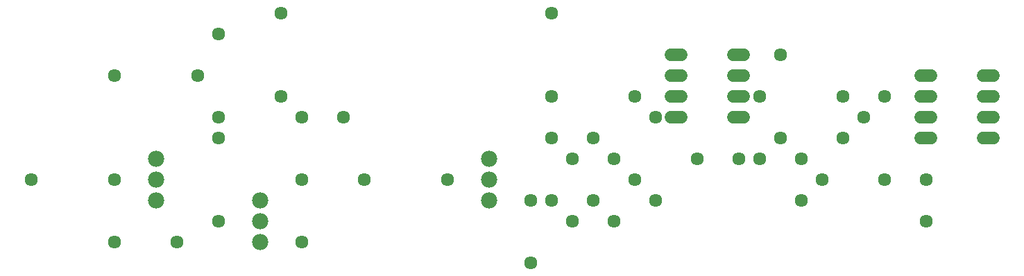
<source format=gbs>
G75*
%MOIN*%
%OFA0B0*%
%FSLAX25Y25*%
%IPPOS*%
%LPD*%
%AMOC8*
5,1,8,0,0,1.08239X$1,22.5*
%
%ADD10C,0.06343*%
%ADD11C,0.05950*%
%ADD12C,0.07800*%
D10*
X0098450Y0071000D03*
X0128450Y0071000D03*
X0148450Y0081000D03*
X0188450Y0071000D03*
X0188450Y0101000D03*
X0218450Y0101000D03*
X0258450Y0101000D03*
X0298450Y0091000D03*
X0308450Y0091000D03*
X0328450Y0091000D03*
X0318450Y0081000D03*
X0338450Y0081000D03*
X0358450Y0091000D03*
X0348450Y0101000D03*
X0338450Y0111000D03*
X0328450Y0121000D03*
X0318450Y0111000D03*
X0308450Y0121000D03*
X0308450Y0141000D03*
X0348450Y0141000D03*
X0358450Y0131000D03*
X0378450Y0111000D03*
X0398450Y0111000D03*
X0408450Y0111000D03*
X0418450Y0121000D03*
X0428450Y0111000D03*
X0438450Y0101000D03*
X0428450Y0091000D03*
X0468450Y0101000D03*
X0488450Y0101000D03*
X0488450Y0081000D03*
X0448450Y0121000D03*
X0458450Y0131000D03*
X0448450Y0141000D03*
X0468450Y0141000D03*
X0418450Y0161000D03*
X0408450Y0141000D03*
X0308450Y0181000D03*
X0208450Y0131000D03*
X0188450Y0131000D03*
X0178450Y0141000D03*
X0148450Y0131000D03*
X0148450Y0121000D03*
X0098450Y0101000D03*
X0058450Y0101000D03*
X0098450Y0151000D03*
X0138450Y0151000D03*
X0148450Y0171000D03*
X0178450Y0181000D03*
X0298450Y0061000D03*
D11*
X0365875Y0131000D02*
X0371025Y0131000D01*
X0371025Y0141000D02*
X0365875Y0141000D01*
X0365875Y0151000D02*
X0371025Y0151000D01*
X0371025Y0161000D02*
X0365875Y0161000D01*
X0395875Y0161000D02*
X0401025Y0161000D01*
X0401025Y0151000D02*
X0395875Y0151000D01*
X0395875Y0141000D02*
X0401025Y0141000D01*
X0401025Y0131000D02*
X0395875Y0131000D01*
X0485875Y0131000D02*
X0491025Y0131000D01*
X0491025Y0121000D02*
X0485875Y0121000D01*
X0515875Y0121000D02*
X0521025Y0121000D01*
X0521025Y0131000D02*
X0515875Y0131000D01*
X0515875Y0141000D02*
X0521025Y0141000D01*
X0521025Y0151000D02*
X0515875Y0151000D01*
X0491025Y0151000D02*
X0485875Y0151000D01*
X0485875Y0141000D02*
X0491025Y0141000D01*
D12*
X0278450Y0111000D03*
X0278450Y0101000D03*
X0278450Y0091000D03*
X0168450Y0091000D03*
X0168450Y0081000D03*
X0168450Y0071000D03*
X0118450Y0091000D03*
X0118450Y0101000D03*
X0118450Y0111000D03*
M02*

</source>
